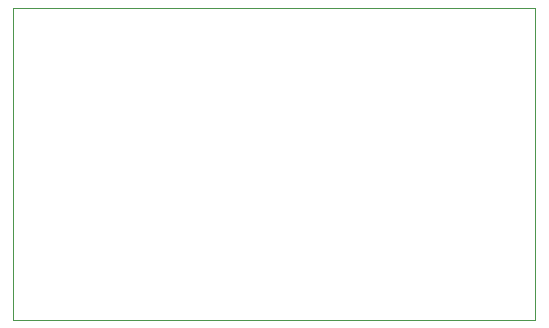
<source format=gbr>
%TF.GenerationSoftware,KiCad,Pcbnew,(5.1.6)-1*%
%TF.CreationDate,2022-09-19T12:58:48-04:00*%
%TF.ProjectId,3dfx-sli-1slot,33646678-2d73-46c6-992d-31736c6f742e,rev?*%
%TF.SameCoordinates,Original*%
%TF.FileFunction,Profile,NP*%
%FSLAX46Y46*%
G04 Gerber Fmt 4.6, Leading zero omitted, Abs format (unit mm)*
G04 Created by KiCad (PCBNEW (5.1.6)-1) date 2022-09-19 12:58:48*
%MOMM*%
%LPD*%
G01*
G04 APERTURE LIST*
%TA.AperFunction,Profile*%
%ADD10C,0.050000*%
%TD*%
G04 APERTURE END LIST*
D10*
X129540000Y-84963000D02*
X173736000Y-84963000D01*
X129540000Y-111379000D02*
X129540000Y-84963000D01*
X173736000Y-111379000D02*
X129540000Y-111379000D01*
X173736000Y-84963000D02*
X173736000Y-111379000D01*
M02*

</source>
